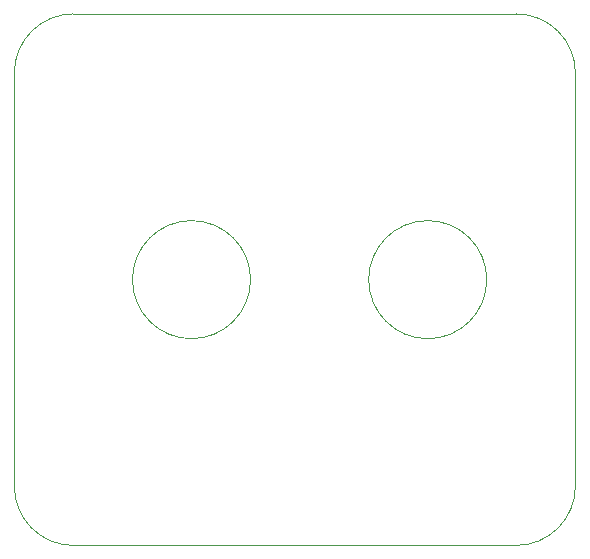
<source format=gbr>
%TF.GenerationSoftware,KiCad,Pcbnew,(5.1.9)-1*%
%TF.CreationDate,2021-09-03T13:39:35-04:00*%
%TF.ProjectId,Preamp_Shield,50726561-6d70-45f5-9368-69656c642e6b,rev?*%
%TF.SameCoordinates,Original*%
%TF.FileFunction,Profile,NP*%
%FSLAX46Y46*%
G04 Gerber Fmt 4.6, Leading zero omitted, Abs format (unit mm)*
G04 Created by KiCad (PCBNEW (5.1.9)-1) date 2021-09-03 13:39:35*
%MOMM*%
%LPD*%
G01*
G04 APERTURE LIST*
%TA.AperFunction,Profile*%
%ADD10C,0.050000*%
%TD*%
G04 APERTURE END LIST*
D10*
X140000000Y-95000000D02*
G75*
G03*
X140000000Y-95000000I-5000000J0D01*
G01*
X120000000Y-95000000D02*
G75*
G03*
X120000000Y-95000000I-5000000J0D01*
G01*
X105000000Y-117500000D02*
G75*
G02*
X100000000Y-112500000I0J5000000D01*
G01*
X147500000Y-112500000D02*
G75*
G02*
X142500000Y-117500000I-5000000J0D01*
G01*
X142500000Y-72500000D02*
G75*
G02*
X147500000Y-77500000I0J-5000000D01*
G01*
X100000000Y-77500000D02*
G75*
G02*
X105000000Y-72500000I5000000J0D01*
G01*
X100000000Y-112500000D02*
X100000000Y-77500000D01*
X142500000Y-117500000D02*
X105000000Y-117500000D01*
X147500000Y-77500000D02*
X147500000Y-112500000D01*
X105000000Y-72500000D02*
X142500000Y-72500000D01*
M02*

</source>
